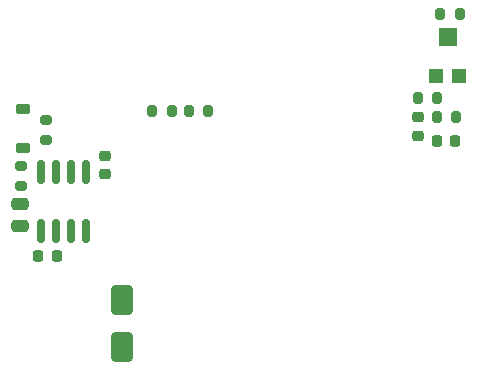
<source format=gbr>
%TF.GenerationSoftware,KiCad,Pcbnew,8.0.5-8.0.5-0~ubuntu22.04.1*%
%TF.CreationDate,2024-11-13T11:33:31+02:00*%
%TF.ProjectId,spindle_fan_control,7370696e-646c-4655-9f66-616e5f636f6e,rev?*%
%TF.SameCoordinates,PX7735940PY6252e60*%
%TF.FileFunction,Paste,Top*%
%TF.FilePolarity,Positive*%
%FSLAX46Y46*%
G04 Gerber Fmt 4.6, Leading zero omitted, Abs format (unit mm)*
G04 Created by KiCad (PCBNEW 8.0.5-8.0.5-0~ubuntu22.04.1) date 2024-11-13 11:33:31*
%MOMM*%
%LPD*%
G01*
G04 APERTURE LIST*
G04 Aperture macros list*
%AMRoundRect*
0 Rectangle with rounded corners*
0 $1 Rounding radius*
0 $2 $3 $4 $5 $6 $7 $8 $9 X,Y pos of 4 corners*
0 Add a 4 corners polygon primitive as box body*
4,1,4,$2,$3,$4,$5,$6,$7,$8,$9,$2,$3,0*
0 Add four circle primitives for the rounded corners*
1,1,$1+$1,$2,$3*
1,1,$1+$1,$4,$5*
1,1,$1+$1,$6,$7*
1,1,$1+$1,$8,$9*
0 Add four rect primitives between the rounded corners*
20,1,$1+$1,$2,$3,$4,$5,0*
20,1,$1+$1,$4,$5,$6,$7,0*
20,1,$1+$1,$6,$7,$8,$9,0*
20,1,$1+$1,$8,$9,$2,$3,0*%
G04 Aperture macros list end*
%ADD10RoundRect,0.200000X-0.200000X-0.275000X0.200000X-0.275000X0.200000X0.275000X-0.200000X0.275000X0*%
%ADD11RoundRect,0.218750X0.256250X-0.218750X0.256250X0.218750X-0.256250X0.218750X-0.256250X-0.218750X0*%
%ADD12RoundRect,0.200000X0.275000X-0.200000X0.275000X0.200000X-0.275000X0.200000X-0.275000X-0.200000X0*%
%ADD13RoundRect,0.150000X0.150000X-0.825000X0.150000X0.825000X-0.150000X0.825000X-0.150000X-0.825000X0*%
%ADD14RoundRect,0.200000X0.200000X0.275000X-0.200000X0.275000X-0.200000X-0.275000X0.200000X-0.275000X0*%
%ADD15RoundRect,0.225000X-0.250000X0.225000X-0.250000X-0.225000X0.250000X-0.225000X0.250000X0.225000X0*%
%ADD16R,1.200000X1.200000*%
%ADD17R,1.600000X1.500000*%
%ADD18RoundRect,0.225000X0.225000X0.250000X-0.225000X0.250000X-0.225000X-0.250000X0.225000X-0.250000X0*%
%ADD19RoundRect,0.250000X0.475000X-0.250000X0.475000X0.250000X-0.475000X0.250000X-0.475000X-0.250000X0*%
%ADD20RoundRect,0.250000X0.650000X-1.000000X0.650000X1.000000X-0.650000X1.000000X-0.650000X-1.000000X0*%
%ADD21RoundRect,0.200000X-0.275000X0.200000X-0.275000X-0.200000X0.275000X-0.200000X0.275000X0.200000X0*%
%ADD22RoundRect,0.225000X-0.375000X0.225000X-0.375000X-0.225000X0.375000X-0.225000X0.375000X0.225000X0*%
G04 APERTURE END LIST*
D10*
%TO.C,R3*%
X9675000Y12600000D03*
X11325000Y12600000D03*
%TD*%
D11*
%TO.C,D3*%
X7800000Y2312500D03*
X7800000Y3887500D03*
%TD*%
D12*
%TO.C,R1*%
X-23680000Y1990092D03*
X-23680000Y3640092D03*
%TD*%
D10*
%TO.C,R7*%
X-11605000Y4450000D03*
X-9955000Y4450000D03*
%TD*%
D13*
%TO.C,U1*%
X-24085000Y-5734908D03*
X-22815000Y-5734908D03*
X-21545000Y-5734908D03*
X-20275000Y-5734908D03*
X-20275000Y-784908D03*
X-21545000Y-784908D03*
X-22815000Y-784908D03*
X-24085000Y-784908D03*
%TD*%
D10*
%TO.C,R6*%
X-14705000Y4450000D03*
X-13055000Y4450000D03*
%TD*%
D14*
%TO.C,R4*%
X9425000Y5500000D03*
X7775000Y5500000D03*
%TD*%
D15*
%TO.C,C2*%
X-18680000Y590092D03*
X-18680000Y-959908D03*
%TD*%
D16*
%TO.C,RV1*%
X9300000Y7400000D03*
D17*
X10300000Y10650000D03*
D16*
X11300000Y7400000D03*
%TD*%
D18*
%TO.C,C4*%
X10975000Y1900000D03*
X9425000Y1900000D03*
%TD*%
D19*
%TO.C,C3*%
X-25900000Y-5350000D03*
X-25900000Y-3450000D03*
%TD*%
D14*
%TO.C,R5*%
X11025000Y3900000D03*
X9375000Y3900000D03*
%TD*%
D20*
%TO.C,D2*%
X-17300000Y-15600000D03*
X-17300000Y-11600000D03*
%TD*%
D18*
%TO.C,C1*%
X-22805000Y-7884908D03*
X-24355000Y-7884908D03*
%TD*%
D21*
%TO.C,R2*%
X-25800000Y-275000D03*
X-25800000Y-1925000D03*
%TD*%
D22*
%TO.C,D1*%
X-25600000Y4550000D03*
X-25600000Y1250000D03*
%TD*%
M02*

</source>
